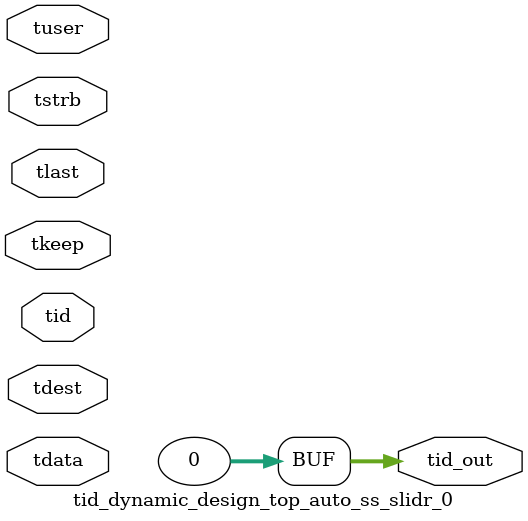
<source format=v>


`timescale 1ps/1ps

module tid_dynamic_design_top_auto_ss_slidr_0 #
(
parameter C_S_AXIS_TID_WIDTH   = 1,
parameter C_S_AXIS_TUSER_WIDTH = 0,
parameter C_S_AXIS_TDATA_WIDTH = 0,
parameter C_S_AXIS_TDEST_WIDTH = 0,
parameter C_M_AXIS_TID_WIDTH   = 32
)
(
input  [(C_S_AXIS_TID_WIDTH   == 0 ? 1 : C_S_AXIS_TID_WIDTH)-1:0       ] tid,
input  [(C_S_AXIS_TDATA_WIDTH == 0 ? 1 : C_S_AXIS_TDATA_WIDTH)-1:0     ] tdata,
input  [(C_S_AXIS_TUSER_WIDTH == 0 ? 1 : C_S_AXIS_TUSER_WIDTH)-1:0     ] tuser,
input  [(C_S_AXIS_TDEST_WIDTH == 0 ? 1 : C_S_AXIS_TDEST_WIDTH)-1:0     ] tdest,
input  [(C_S_AXIS_TDATA_WIDTH/8)-1:0 ] tkeep,
input  [(C_S_AXIS_TDATA_WIDTH/8)-1:0 ] tstrb,
input                                                                    tlast,
output [(C_M_AXIS_TID_WIDTH   == 0 ? 1 : C_M_AXIS_TID_WIDTH)-1:0       ] tid_out
);

assign tid_out = {1'b0};

endmodule


</source>
